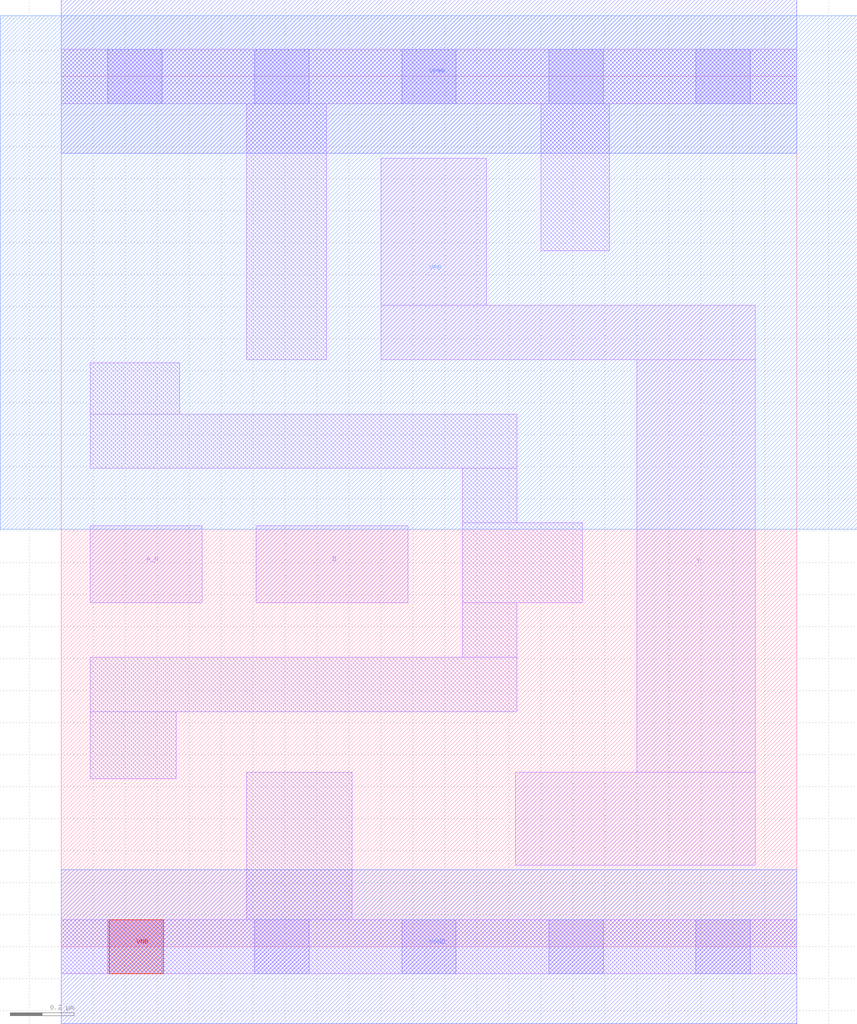
<source format=lef>
# Copyright 2020 The SkyWater PDK Authors
#
# Licensed under the Apache License, Version 2.0 (the "License");
# you may not use this file except in compliance with the License.
# You may obtain a copy of the License at
#
#     https://www.apache.org/licenses/LICENSE-2.0
#
# Unless required by applicable law or agreed to in writing, software
# distributed under the License is distributed on an "AS IS" BASIS,
# WITHOUT WARRANTIES OR CONDITIONS OF ANY KIND, either express or implied.
# See the License for the specific language governing permissions and
# limitations under the License.
#
# SPDX-License-Identifier: Apache-2.0

VERSION 5.7 ;
  NOWIREEXTENSIONATPIN ON ;
  DIVIDERCHAR "/" ;
  BUSBITCHARS "[]" ;
MACRO sky130_fd_sc_hd__nand2b_1
  CLASS CORE ;
  FOREIGN sky130_fd_sc_hd__nand2b_1 ;
  ORIGIN  0.000000  0.000000 ;
  SIZE  2.300000 BY  2.720000 ;
  SYMMETRY X Y R90 ;
  SITE unithd ;
  PIN A_N
    ANTENNAGATEAREA  0.126000 ;
    DIRECTION INPUT ;
    USE SIGNAL ;
    PORT
      LAYER li1 ;
        RECT 0.090000 1.075000 0.440000 1.315000 ;
    END
  END A_N
  PIN B
    ANTENNAGATEAREA  0.247500 ;
    DIRECTION INPUT ;
    USE SIGNAL ;
    PORT
      LAYER li1 ;
        RECT 0.610000 1.075000 1.085000 1.315000 ;
    END
  END B
  PIN Y
    ANTENNADIFFAREA  0.439000 ;
    DIRECTION OUTPUT ;
    USE SIGNAL ;
    PORT
      LAYER li1 ;
        RECT 1.000000 1.835000 2.170000 2.005000 ;
        RECT 1.000000 2.005000 1.330000 2.465000 ;
        RECT 1.420000 0.255000 2.170000 0.545000 ;
        RECT 1.800000 0.545000 2.170000 1.835000 ;
    END
  END Y
  PIN VGND
    DIRECTION INOUT ;
    SHAPE ABUTMENT ;
    USE GROUND ;
    PORT
      LAYER met1 ;
        RECT 0.000000 -0.240000 2.300000 0.240000 ;
    END
  END VGND
  PIN VNB
    DIRECTION INOUT ;
    USE GROUND ;
    PORT
      LAYER pwell ;
        RECT 0.150000 -0.085000 0.320000 0.085000 ;
    END
  END VNB
  PIN VPB
    DIRECTION INOUT ;
    USE POWER ;
    PORT
      LAYER nwell ;
        RECT -0.190000 1.305000 2.490000 2.910000 ;
    END
  END VPB
  PIN VPWR
    DIRECTION INOUT ;
    SHAPE ABUTMENT ;
    USE POWER ;
    PORT
      LAYER met1 ;
        RECT 0.000000 2.480000 2.300000 2.960000 ;
    END
  END VPWR
  OBS
    LAYER li1 ;
      RECT 0.000000 -0.085000 2.300000 0.085000 ;
      RECT 0.000000  2.635000 2.300000 2.805000 ;
      RECT 0.090000  0.525000 0.360000 0.735000 ;
      RECT 0.090000  0.735000 1.425000 0.905000 ;
      RECT 0.090000  1.495000 1.425000 1.665000 ;
      RECT 0.090000  1.665000 0.370000 1.825000 ;
      RECT 0.580000  0.085000 0.910000 0.545000 ;
      RECT 0.580000  1.835000 0.830000 2.635000 ;
      RECT 1.255000  0.905000 1.425000 1.075000 ;
      RECT 1.255000  1.075000 1.630000 1.325000 ;
      RECT 1.255000  1.325000 1.425000 1.495000 ;
      RECT 1.500000  2.175000 1.715000 2.635000 ;
    LAYER mcon ;
      RECT 0.145000 -0.085000 0.315000 0.085000 ;
      RECT 0.145000  2.635000 0.315000 2.805000 ;
      RECT 0.605000 -0.085000 0.775000 0.085000 ;
      RECT 0.605000  2.635000 0.775000 2.805000 ;
      RECT 1.065000 -0.085000 1.235000 0.085000 ;
      RECT 1.065000  2.635000 1.235000 2.805000 ;
      RECT 1.525000 -0.085000 1.695000 0.085000 ;
      RECT 1.525000  2.635000 1.695000 2.805000 ;
      RECT 1.985000 -0.085000 2.155000 0.085000 ;
      RECT 1.985000  2.635000 2.155000 2.805000 ;
  END
END sky130_fd_sc_hd__nand2b_1
END LIBRARY

</source>
